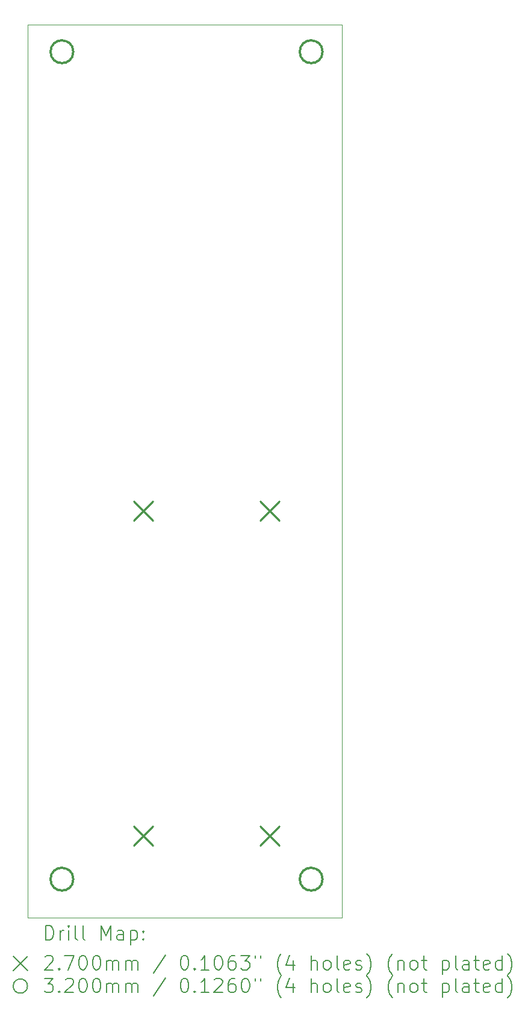
<source format=gbr>
%FSLAX45Y45*%
G04 Gerber Fmt 4.5, Leading zero omitted, Abs format (unit mm)*
G04 Created by KiCad (PCBNEW (6.0.5)) date 2022-09-09 11:41:29*
%MOMM*%
%LPD*%
G01*
G04 APERTURE LIST*
%TA.AperFunction,Profile*%
%ADD10C,0.050000*%
%TD*%
%ADD11C,0.200000*%
%ADD12C,0.270000*%
%ADD13C,0.320000*%
G04 APERTURE END LIST*
D10*
X17117500Y-3810700D02*
X17117500Y-15841700D01*
X17117500Y-3277300D02*
X17117500Y-3810700D01*
X12697900Y-3810700D02*
X12697900Y-3277300D01*
X12697900Y-3277300D02*
X17117500Y-3277300D01*
X12697900Y-15841700D02*
X12697900Y-3810700D01*
X12697900Y-15841700D02*
X17117500Y-15841700D01*
D11*
D12*
X14192000Y-9980642D02*
X14462000Y-10250642D01*
X14462000Y-9980642D02*
X14192000Y-10250642D01*
X14192000Y-14552642D02*
X14462000Y-14822642D01*
X14462000Y-14552642D02*
X14192000Y-14822642D01*
X15969835Y-9979858D02*
X16239835Y-10249858D01*
X16239835Y-9979858D02*
X15969835Y-10249858D01*
X15970000Y-14552642D02*
X16240000Y-14822642D01*
X16240000Y-14552642D02*
X15970000Y-14822642D01*
D13*
X13340500Y-3658300D02*
G75*
G03*
X13340500Y-3658300I-160000J0D01*
G01*
X13340500Y-15300000D02*
G75*
G03*
X13340500Y-15300000I-160000J0D01*
G01*
X16845700Y-3658300D02*
G75*
G03*
X16845700Y-3658300I-160000J0D01*
G01*
X16845700Y-15300000D02*
G75*
G03*
X16845700Y-15300000I-160000J0D01*
G01*
D11*
X12953019Y-16154676D02*
X12953019Y-15954676D01*
X13000638Y-15954676D01*
X13029209Y-15964200D01*
X13048257Y-15983247D01*
X13057781Y-16002295D01*
X13067305Y-16040390D01*
X13067305Y-16068962D01*
X13057781Y-16107057D01*
X13048257Y-16126105D01*
X13029209Y-16145152D01*
X13000638Y-16154676D01*
X12953019Y-16154676D01*
X13153019Y-16154676D02*
X13153019Y-16021343D01*
X13153019Y-16059438D02*
X13162543Y-16040390D01*
X13172066Y-16030866D01*
X13191114Y-16021343D01*
X13210162Y-16021343D01*
X13276828Y-16154676D02*
X13276828Y-16021343D01*
X13276828Y-15954676D02*
X13267305Y-15964200D01*
X13276828Y-15973724D01*
X13286352Y-15964200D01*
X13276828Y-15954676D01*
X13276828Y-15973724D01*
X13400638Y-16154676D02*
X13381590Y-16145152D01*
X13372066Y-16126105D01*
X13372066Y-15954676D01*
X13505400Y-16154676D02*
X13486352Y-16145152D01*
X13476828Y-16126105D01*
X13476828Y-15954676D01*
X13733971Y-16154676D02*
X13733971Y-15954676D01*
X13800638Y-16097533D01*
X13867305Y-15954676D01*
X13867305Y-16154676D01*
X14048257Y-16154676D02*
X14048257Y-16049914D01*
X14038733Y-16030866D01*
X14019686Y-16021343D01*
X13981590Y-16021343D01*
X13962543Y-16030866D01*
X14048257Y-16145152D02*
X14029209Y-16154676D01*
X13981590Y-16154676D01*
X13962543Y-16145152D01*
X13953019Y-16126105D01*
X13953019Y-16107057D01*
X13962543Y-16088009D01*
X13981590Y-16078486D01*
X14029209Y-16078486D01*
X14048257Y-16068962D01*
X14143495Y-16021343D02*
X14143495Y-16221343D01*
X14143495Y-16030866D02*
X14162543Y-16021343D01*
X14200638Y-16021343D01*
X14219686Y-16030866D01*
X14229209Y-16040390D01*
X14238733Y-16059438D01*
X14238733Y-16116581D01*
X14229209Y-16135628D01*
X14219686Y-16145152D01*
X14200638Y-16154676D01*
X14162543Y-16154676D01*
X14143495Y-16145152D01*
X14324447Y-16135628D02*
X14333971Y-16145152D01*
X14324447Y-16154676D01*
X14314924Y-16145152D01*
X14324447Y-16135628D01*
X14324447Y-16154676D01*
X14324447Y-16030866D02*
X14333971Y-16040390D01*
X14324447Y-16049914D01*
X14314924Y-16040390D01*
X14324447Y-16030866D01*
X14324447Y-16049914D01*
X12495400Y-16384200D02*
X12695400Y-16584200D01*
X12695400Y-16384200D02*
X12495400Y-16584200D01*
X12943495Y-16393724D02*
X12953019Y-16384200D01*
X12972066Y-16374676D01*
X13019686Y-16374676D01*
X13038733Y-16384200D01*
X13048257Y-16393724D01*
X13057781Y-16412771D01*
X13057781Y-16431819D01*
X13048257Y-16460390D01*
X12933971Y-16574676D01*
X13057781Y-16574676D01*
X13143495Y-16555628D02*
X13153019Y-16565152D01*
X13143495Y-16574676D01*
X13133971Y-16565152D01*
X13143495Y-16555628D01*
X13143495Y-16574676D01*
X13219686Y-16374676D02*
X13353019Y-16374676D01*
X13267305Y-16574676D01*
X13467305Y-16374676D02*
X13486352Y-16374676D01*
X13505400Y-16384200D01*
X13514924Y-16393724D01*
X13524447Y-16412771D01*
X13533971Y-16450866D01*
X13533971Y-16498486D01*
X13524447Y-16536581D01*
X13514924Y-16555628D01*
X13505400Y-16565152D01*
X13486352Y-16574676D01*
X13467305Y-16574676D01*
X13448257Y-16565152D01*
X13438733Y-16555628D01*
X13429209Y-16536581D01*
X13419686Y-16498486D01*
X13419686Y-16450866D01*
X13429209Y-16412771D01*
X13438733Y-16393724D01*
X13448257Y-16384200D01*
X13467305Y-16374676D01*
X13657781Y-16374676D02*
X13676828Y-16374676D01*
X13695876Y-16384200D01*
X13705400Y-16393724D01*
X13714924Y-16412771D01*
X13724447Y-16450866D01*
X13724447Y-16498486D01*
X13714924Y-16536581D01*
X13705400Y-16555628D01*
X13695876Y-16565152D01*
X13676828Y-16574676D01*
X13657781Y-16574676D01*
X13638733Y-16565152D01*
X13629209Y-16555628D01*
X13619686Y-16536581D01*
X13610162Y-16498486D01*
X13610162Y-16450866D01*
X13619686Y-16412771D01*
X13629209Y-16393724D01*
X13638733Y-16384200D01*
X13657781Y-16374676D01*
X13810162Y-16574676D02*
X13810162Y-16441343D01*
X13810162Y-16460390D02*
X13819686Y-16450866D01*
X13838733Y-16441343D01*
X13867305Y-16441343D01*
X13886352Y-16450866D01*
X13895876Y-16469914D01*
X13895876Y-16574676D01*
X13895876Y-16469914D02*
X13905400Y-16450866D01*
X13924447Y-16441343D01*
X13953019Y-16441343D01*
X13972066Y-16450866D01*
X13981590Y-16469914D01*
X13981590Y-16574676D01*
X14076828Y-16574676D02*
X14076828Y-16441343D01*
X14076828Y-16460390D02*
X14086352Y-16450866D01*
X14105400Y-16441343D01*
X14133971Y-16441343D01*
X14153019Y-16450866D01*
X14162543Y-16469914D01*
X14162543Y-16574676D01*
X14162543Y-16469914D02*
X14172066Y-16450866D01*
X14191114Y-16441343D01*
X14219686Y-16441343D01*
X14238733Y-16450866D01*
X14248257Y-16469914D01*
X14248257Y-16574676D01*
X14638733Y-16365152D02*
X14467305Y-16622295D01*
X14895876Y-16374676D02*
X14914924Y-16374676D01*
X14933971Y-16384200D01*
X14943495Y-16393724D01*
X14953019Y-16412771D01*
X14962543Y-16450866D01*
X14962543Y-16498486D01*
X14953019Y-16536581D01*
X14943495Y-16555628D01*
X14933971Y-16565152D01*
X14914924Y-16574676D01*
X14895876Y-16574676D01*
X14876828Y-16565152D01*
X14867305Y-16555628D01*
X14857781Y-16536581D01*
X14848257Y-16498486D01*
X14848257Y-16450866D01*
X14857781Y-16412771D01*
X14867305Y-16393724D01*
X14876828Y-16384200D01*
X14895876Y-16374676D01*
X15048257Y-16555628D02*
X15057781Y-16565152D01*
X15048257Y-16574676D01*
X15038733Y-16565152D01*
X15048257Y-16555628D01*
X15048257Y-16574676D01*
X15248257Y-16574676D02*
X15133971Y-16574676D01*
X15191114Y-16574676D02*
X15191114Y-16374676D01*
X15172066Y-16403247D01*
X15153019Y-16422295D01*
X15133971Y-16431819D01*
X15372066Y-16374676D02*
X15391114Y-16374676D01*
X15410162Y-16384200D01*
X15419686Y-16393724D01*
X15429209Y-16412771D01*
X15438733Y-16450866D01*
X15438733Y-16498486D01*
X15429209Y-16536581D01*
X15419686Y-16555628D01*
X15410162Y-16565152D01*
X15391114Y-16574676D01*
X15372066Y-16574676D01*
X15353019Y-16565152D01*
X15343495Y-16555628D01*
X15333971Y-16536581D01*
X15324447Y-16498486D01*
X15324447Y-16450866D01*
X15333971Y-16412771D01*
X15343495Y-16393724D01*
X15353019Y-16384200D01*
X15372066Y-16374676D01*
X15610162Y-16374676D02*
X15572066Y-16374676D01*
X15553019Y-16384200D01*
X15543495Y-16393724D01*
X15524447Y-16422295D01*
X15514924Y-16460390D01*
X15514924Y-16536581D01*
X15524447Y-16555628D01*
X15533971Y-16565152D01*
X15553019Y-16574676D01*
X15591114Y-16574676D01*
X15610162Y-16565152D01*
X15619686Y-16555628D01*
X15629209Y-16536581D01*
X15629209Y-16488962D01*
X15619686Y-16469914D01*
X15610162Y-16460390D01*
X15591114Y-16450866D01*
X15553019Y-16450866D01*
X15533971Y-16460390D01*
X15524447Y-16469914D01*
X15514924Y-16488962D01*
X15695876Y-16374676D02*
X15819686Y-16374676D01*
X15753019Y-16450866D01*
X15781590Y-16450866D01*
X15800638Y-16460390D01*
X15810162Y-16469914D01*
X15819686Y-16488962D01*
X15819686Y-16536581D01*
X15810162Y-16555628D01*
X15800638Y-16565152D01*
X15781590Y-16574676D01*
X15724447Y-16574676D01*
X15705400Y-16565152D01*
X15695876Y-16555628D01*
X15895876Y-16374676D02*
X15895876Y-16412771D01*
X15972066Y-16374676D02*
X15972066Y-16412771D01*
X16267305Y-16650866D02*
X16257781Y-16641343D01*
X16238733Y-16612771D01*
X16229209Y-16593724D01*
X16219686Y-16565152D01*
X16210162Y-16517533D01*
X16210162Y-16479438D01*
X16219686Y-16431819D01*
X16229209Y-16403247D01*
X16238733Y-16384200D01*
X16257781Y-16355628D01*
X16267305Y-16346105D01*
X16429209Y-16441343D02*
X16429209Y-16574676D01*
X16381590Y-16365152D02*
X16333971Y-16508009D01*
X16457781Y-16508009D01*
X16686352Y-16574676D02*
X16686352Y-16374676D01*
X16772066Y-16574676D02*
X16772066Y-16469914D01*
X16762543Y-16450866D01*
X16743495Y-16441343D01*
X16714924Y-16441343D01*
X16695876Y-16450866D01*
X16686352Y-16460390D01*
X16895876Y-16574676D02*
X16876828Y-16565152D01*
X16867305Y-16555628D01*
X16857781Y-16536581D01*
X16857781Y-16479438D01*
X16867305Y-16460390D01*
X16876828Y-16450866D01*
X16895876Y-16441343D01*
X16924448Y-16441343D01*
X16943495Y-16450866D01*
X16953019Y-16460390D01*
X16962543Y-16479438D01*
X16962543Y-16536581D01*
X16953019Y-16555628D01*
X16943495Y-16565152D01*
X16924448Y-16574676D01*
X16895876Y-16574676D01*
X17076828Y-16574676D02*
X17057781Y-16565152D01*
X17048257Y-16546105D01*
X17048257Y-16374676D01*
X17229209Y-16565152D02*
X17210162Y-16574676D01*
X17172067Y-16574676D01*
X17153019Y-16565152D01*
X17143495Y-16546105D01*
X17143495Y-16469914D01*
X17153019Y-16450866D01*
X17172067Y-16441343D01*
X17210162Y-16441343D01*
X17229209Y-16450866D01*
X17238733Y-16469914D01*
X17238733Y-16488962D01*
X17143495Y-16508009D01*
X17314924Y-16565152D02*
X17333971Y-16574676D01*
X17372067Y-16574676D01*
X17391114Y-16565152D01*
X17400638Y-16546105D01*
X17400638Y-16536581D01*
X17391114Y-16517533D01*
X17372067Y-16508009D01*
X17343495Y-16508009D01*
X17324448Y-16498486D01*
X17314924Y-16479438D01*
X17314924Y-16469914D01*
X17324448Y-16450866D01*
X17343495Y-16441343D01*
X17372067Y-16441343D01*
X17391114Y-16450866D01*
X17467305Y-16650866D02*
X17476828Y-16641343D01*
X17495876Y-16612771D01*
X17505400Y-16593724D01*
X17514924Y-16565152D01*
X17524448Y-16517533D01*
X17524448Y-16479438D01*
X17514924Y-16431819D01*
X17505400Y-16403247D01*
X17495876Y-16384200D01*
X17476828Y-16355628D01*
X17467305Y-16346105D01*
X17829209Y-16650866D02*
X17819686Y-16641343D01*
X17800638Y-16612771D01*
X17791114Y-16593724D01*
X17781590Y-16565152D01*
X17772067Y-16517533D01*
X17772067Y-16479438D01*
X17781590Y-16431819D01*
X17791114Y-16403247D01*
X17800638Y-16384200D01*
X17819686Y-16355628D01*
X17829209Y-16346105D01*
X17905400Y-16441343D02*
X17905400Y-16574676D01*
X17905400Y-16460390D02*
X17914924Y-16450866D01*
X17933971Y-16441343D01*
X17962543Y-16441343D01*
X17981590Y-16450866D01*
X17991114Y-16469914D01*
X17991114Y-16574676D01*
X18114924Y-16574676D02*
X18095876Y-16565152D01*
X18086352Y-16555628D01*
X18076828Y-16536581D01*
X18076828Y-16479438D01*
X18086352Y-16460390D01*
X18095876Y-16450866D01*
X18114924Y-16441343D01*
X18143495Y-16441343D01*
X18162543Y-16450866D01*
X18172067Y-16460390D01*
X18181590Y-16479438D01*
X18181590Y-16536581D01*
X18172067Y-16555628D01*
X18162543Y-16565152D01*
X18143495Y-16574676D01*
X18114924Y-16574676D01*
X18238733Y-16441343D02*
X18314924Y-16441343D01*
X18267305Y-16374676D02*
X18267305Y-16546105D01*
X18276828Y-16565152D01*
X18295876Y-16574676D01*
X18314924Y-16574676D01*
X18533971Y-16441343D02*
X18533971Y-16641343D01*
X18533971Y-16450866D02*
X18553019Y-16441343D01*
X18591114Y-16441343D01*
X18610162Y-16450866D01*
X18619686Y-16460390D01*
X18629209Y-16479438D01*
X18629209Y-16536581D01*
X18619686Y-16555628D01*
X18610162Y-16565152D01*
X18591114Y-16574676D01*
X18553019Y-16574676D01*
X18533971Y-16565152D01*
X18743495Y-16574676D02*
X18724448Y-16565152D01*
X18714924Y-16546105D01*
X18714924Y-16374676D01*
X18905400Y-16574676D02*
X18905400Y-16469914D01*
X18895876Y-16450866D01*
X18876828Y-16441343D01*
X18838733Y-16441343D01*
X18819686Y-16450866D01*
X18905400Y-16565152D02*
X18886352Y-16574676D01*
X18838733Y-16574676D01*
X18819686Y-16565152D01*
X18810162Y-16546105D01*
X18810162Y-16527057D01*
X18819686Y-16508009D01*
X18838733Y-16498486D01*
X18886352Y-16498486D01*
X18905400Y-16488962D01*
X18972067Y-16441343D02*
X19048257Y-16441343D01*
X19000638Y-16374676D02*
X19000638Y-16546105D01*
X19010162Y-16565152D01*
X19029209Y-16574676D01*
X19048257Y-16574676D01*
X19191114Y-16565152D02*
X19172067Y-16574676D01*
X19133971Y-16574676D01*
X19114924Y-16565152D01*
X19105400Y-16546105D01*
X19105400Y-16469914D01*
X19114924Y-16450866D01*
X19133971Y-16441343D01*
X19172067Y-16441343D01*
X19191114Y-16450866D01*
X19200638Y-16469914D01*
X19200638Y-16488962D01*
X19105400Y-16508009D01*
X19372067Y-16574676D02*
X19372067Y-16374676D01*
X19372067Y-16565152D02*
X19353019Y-16574676D01*
X19314924Y-16574676D01*
X19295876Y-16565152D01*
X19286352Y-16555628D01*
X19276828Y-16536581D01*
X19276828Y-16479438D01*
X19286352Y-16460390D01*
X19295876Y-16450866D01*
X19314924Y-16441343D01*
X19353019Y-16441343D01*
X19372067Y-16450866D01*
X19448257Y-16650866D02*
X19457781Y-16641343D01*
X19476828Y-16612771D01*
X19486352Y-16593724D01*
X19495876Y-16565152D01*
X19505400Y-16517533D01*
X19505400Y-16479438D01*
X19495876Y-16431819D01*
X19486352Y-16403247D01*
X19476828Y-16384200D01*
X19457781Y-16355628D01*
X19448257Y-16346105D01*
X12695400Y-16804200D02*
G75*
G03*
X12695400Y-16804200I-100000J0D01*
G01*
X12933971Y-16694676D02*
X13057781Y-16694676D01*
X12991114Y-16770866D01*
X13019686Y-16770866D01*
X13038733Y-16780390D01*
X13048257Y-16789914D01*
X13057781Y-16808962D01*
X13057781Y-16856581D01*
X13048257Y-16875628D01*
X13038733Y-16885152D01*
X13019686Y-16894676D01*
X12962543Y-16894676D01*
X12943495Y-16885152D01*
X12933971Y-16875628D01*
X13143495Y-16875628D02*
X13153019Y-16885152D01*
X13143495Y-16894676D01*
X13133971Y-16885152D01*
X13143495Y-16875628D01*
X13143495Y-16894676D01*
X13229209Y-16713724D02*
X13238733Y-16704200D01*
X13257781Y-16694676D01*
X13305400Y-16694676D01*
X13324447Y-16704200D01*
X13333971Y-16713724D01*
X13343495Y-16732771D01*
X13343495Y-16751819D01*
X13333971Y-16780390D01*
X13219686Y-16894676D01*
X13343495Y-16894676D01*
X13467305Y-16694676D02*
X13486352Y-16694676D01*
X13505400Y-16704200D01*
X13514924Y-16713724D01*
X13524447Y-16732771D01*
X13533971Y-16770866D01*
X13533971Y-16818486D01*
X13524447Y-16856581D01*
X13514924Y-16875628D01*
X13505400Y-16885152D01*
X13486352Y-16894676D01*
X13467305Y-16894676D01*
X13448257Y-16885152D01*
X13438733Y-16875628D01*
X13429209Y-16856581D01*
X13419686Y-16818486D01*
X13419686Y-16770866D01*
X13429209Y-16732771D01*
X13438733Y-16713724D01*
X13448257Y-16704200D01*
X13467305Y-16694676D01*
X13657781Y-16694676D02*
X13676828Y-16694676D01*
X13695876Y-16704200D01*
X13705400Y-16713724D01*
X13714924Y-16732771D01*
X13724447Y-16770866D01*
X13724447Y-16818486D01*
X13714924Y-16856581D01*
X13705400Y-16875628D01*
X13695876Y-16885152D01*
X13676828Y-16894676D01*
X13657781Y-16894676D01*
X13638733Y-16885152D01*
X13629209Y-16875628D01*
X13619686Y-16856581D01*
X13610162Y-16818486D01*
X13610162Y-16770866D01*
X13619686Y-16732771D01*
X13629209Y-16713724D01*
X13638733Y-16704200D01*
X13657781Y-16694676D01*
X13810162Y-16894676D02*
X13810162Y-16761343D01*
X13810162Y-16780390D02*
X13819686Y-16770866D01*
X13838733Y-16761343D01*
X13867305Y-16761343D01*
X13886352Y-16770866D01*
X13895876Y-16789914D01*
X13895876Y-16894676D01*
X13895876Y-16789914D02*
X13905400Y-16770866D01*
X13924447Y-16761343D01*
X13953019Y-16761343D01*
X13972066Y-16770866D01*
X13981590Y-16789914D01*
X13981590Y-16894676D01*
X14076828Y-16894676D02*
X14076828Y-16761343D01*
X14076828Y-16780390D02*
X14086352Y-16770866D01*
X14105400Y-16761343D01*
X14133971Y-16761343D01*
X14153019Y-16770866D01*
X14162543Y-16789914D01*
X14162543Y-16894676D01*
X14162543Y-16789914D02*
X14172066Y-16770866D01*
X14191114Y-16761343D01*
X14219686Y-16761343D01*
X14238733Y-16770866D01*
X14248257Y-16789914D01*
X14248257Y-16894676D01*
X14638733Y-16685152D02*
X14467305Y-16942295D01*
X14895876Y-16694676D02*
X14914924Y-16694676D01*
X14933971Y-16704200D01*
X14943495Y-16713724D01*
X14953019Y-16732771D01*
X14962543Y-16770866D01*
X14962543Y-16818486D01*
X14953019Y-16856581D01*
X14943495Y-16875628D01*
X14933971Y-16885152D01*
X14914924Y-16894676D01*
X14895876Y-16894676D01*
X14876828Y-16885152D01*
X14867305Y-16875628D01*
X14857781Y-16856581D01*
X14848257Y-16818486D01*
X14848257Y-16770866D01*
X14857781Y-16732771D01*
X14867305Y-16713724D01*
X14876828Y-16704200D01*
X14895876Y-16694676D01*
X15048257Y-16875628D02*
X15057781Y-16885152D01*
X15048257Y-16894676D01*
X15038733Y-16885152D01*
X15048257Y-16875628D01*
X15048257Y-16894676D01*
X15248257Y-16894676D02*
X15133971Y-16894676D01*
X15191114Y-16894676D02*
X15191114Y-16694676D01*
X15172066Y-16723247D01*
X15153019Y-16742295D01*
X15133971Y-16751819D01*
X15324447Y-16713724D02*
X15333971Y-16704200D01*
X15353019Y-16694676D01*
X15400638Y-16694676D01*
X15419686Y-16704200D01*
X15429209Y-16713724D01*
X15438733Y-16732771D01*
X15438733Y-16751819D01*
X15429209Y-16780390D01*
X15314924Y-16894676D01*
X15438733Y-16894676D01*
X15610162Y-16694676D02*
X15572066Y-16694676D01*
X15553019Y-16704200D01*
X15543495Y-16713724D01*
X15524447Y-16742295D01*
X15514924Y-16780390D01*
X15514924Y-16856581D01*
X15524447Y-16875628D01*
X15533971Y-16885152D01*
X15553019Y-16894676D01*
X15591114Y-16894676D01*
X15610162Y-16885152D01*
X15619686Y-16875628D01*
X15629209Y-16856581D01*
X15629209Y-16808962D01*
X15619686Y-16789914D01*
X15610162Y-16780390D01*
X15591114Y-16770866D01*
X15553019Y-16770866D01*
X15533971Y-16780390D01*
X15524447Y-16789914D01*
X15514924Y-16808962D01*
X15753019Y-16694676D02*
X15772066Y-16694676D01*
X15791114Y-16704200D01*
X15800638Y-16713724D01*
X15810162Y-16732771D01*
X15819686Y-16770866D01*
X15819686Y-16818486D01*
X15810162Y-16856581D01*
X15800638Y-16875628D01*
X15791114Y-16885152D01*
X15772066Y-16894676D01*
X15753019Y-16894676D01*
X15733971Y-16885152D01*
X15724447Y-16875628D01*
X15714924Y-16856581D01*
X15705400Y-16818486D01*
X15705400Y-16770866D01*
X15714924Y-16732771D01*
X15724447Y-16713724D01*
X15733971Y-16704200D01*
X15753019Y-16694676D01*
X15895876Y-16694676D02*
X15895876Y-16732771D01*
X15972066Y-16694676D02*
X15972066Y-16732771D01*
X16267305Y-16970867D02*
X16257781Y-16961343D01*
X16238733Y-16932771D01*
X16229209Y-16913724D01*
X16219686Y-16885152D01*
X16210162Y-16837533D01*
X16210162Y-16799438D01*
X16219686Y-16751819D01*
X16229209Y-16723247D01*
X16238733Y-16704200D01*
X16257781Y-16675628D01*
X16267305Y-16666105D01*
X16429209Y-16761343D02*
X16429209Y-16894676D01*
X16381590Y-16685152D02*
X16333971Y-16828009D01*
X16457781Y-16828009D01*
X16686352Y-16894676D02*
X16686352Y-16694676D01*
X16772066Y-16894676D02*
X16772066Y-16789914D01*
X16762543Y-16770866D01*
X16743495Y-16761343D01*
X16714924Y-16761343D01*
X16695876Y-16770866D01*
X16686352Y-16780390D01*
X16895876Y-16894676D02*
X16876828Y-16885152D01*
X16867305Y-16875628D01*
X16857781Y-16856581D01*
X16857781Y-16799438D01*
X16867305Y-16780390D01*
X16876828Y-16770866D01*
X16895876Y-16761343D01*
X16924448Y-16761343D01*
X16943495Y-16770866D01*
X16953019Y-16780390D01*
X16962543Y-16799438D01*
X16962543Y-16856581D01*
X16953019Y-16875628D01*
X16943495Y-16885152D01*
X16924448Y-16894676D01*
X16895876Y-16894676D01*
X17076828Y-16894676D02*
X17057781Y-16885152D01*
X17048257Y-16866105D01*
X17048257Y-16694676D01*
X17229209Y-16885152D02*
X17210162Y-16894676D01*
X17172067Y-16894676D01*
X17153019Y-16885152D01*
X17143495Y-16866105D01*
X17143495Y-16789914D01*
X17153019Y-16770866D01*
X17172067Y-16761343D01*
X17210162Y-16761343D01*
X17229209Y-16770866D01*
X17238733Y-16789914D01*
X17238733Y-16808962D01*
X17143495Y-16828009D01*
X17314924Y-16885152D02*
X17333971Y-16894676D01*
X17372067Y-16894676D01*
X17391114Y-16885152D01*
X17400638Y-16866105D01*
X17400638Y-16856581D01*
X17391114Y-16837533D01*
X17372067Y-16828009D01*
X17343495Y-16828009D01*
X17324448Y-16818486D01*
X17314924Y-16799438D01*
X17314924Y-16789914D01*
X17324448Y-16770866D01*
X17343495Y-16761343D01*
X17372067Y-16761343D01*
X17391114Y-16770866D01*
X17467305Y-16970867D02*
X17476828Y-16961343D01*
X17495876Y-16932771D01*
X17505400Y-16913724D01*
X17514924Y-16885152D01*
X17524448Y-16837533D01*
X17524448Y-16799438D01*
X17514924Y-16751819D01*
X17505400Y-16723247D01*
X17495876Y-16704200D01*
X17476828Y-16675628D01*
X17467305Y-16666105D01*
X17829209Y-16970867D02*
X17819686Y-16961343D01*
X17800638Y-16932771D01*
X17791114Y-16913724D01*
X17781590Y-16885152D01*
X17772067Y-16837533D01*
X17772067Y-16799438D01*
X17781590Y-16751819D01*
X17791114Y-16723247D01*
X17800638Y-16704200D01*
X17819686Y-16675628D01*
X17829209Y-16666105D01*
X17905400Y-16761343D02*
X17905400Y-16894676D01*
X17905400Y-16780390D02*
X17914924Y-16770866D01*
X17933971Y-16761343D01*
X17962543Y-16761343D01*
X17981590Y-16770866D01*
X17991114Y-16789914D01*
X17991114Y-16894676D01*
X18114924Y-16894676D02*
X18095876Y-16885152D01*
X18086352Y-16875628D01*
X18076828Y-16856581D01*
X18076828Y-16799438D01*
X18086352Y-16780390D01*
X18095876Y-16770866D01*
X18114924Y-16761343D01*
X18143495Y-16761343D01*
X18162543Y-16770866D01*
X18172067Y-16780390D01*
X18181590Y-16799438D01*
X18181590Y-16856581D01*
X18172067Y-16875628D01*
X18162543Y-16885152D01*
X18143495Y-16894676D01*
X18114924Y-16894676D01*
X18238733Y-16761343D02*
X18314924Y-16761343D01*
X18267305Y-16694676D02*
X18267305Y-16866105D01*
X18276828Y-16885152D01*
X18295876Y-16894676D01*
X18314924Y-16894676D01*
X18533971Y-16761343D02*
X18533971Y-16961343D01*
X18533971Y-16770866D02*
X18553019Y-16761343D01*
X18591114Y-16761343D01*
X18610162Y-16770866D01*
X18619686Y-16780390D01*
X18629209Y-16799438D01*
X18629209Y-16856581D01*
X18619686Y-16875628D01*
X18610162Y-16885152D01*
X18591114Y-16894676D01*
X18553019Y-16894676D01*
X18533971Y-16885152D01*
X18743495Y-16894676D02*
X18724448Y-16885152D01*
X18714924Y-16866105D01*
X18714924Y-16694676D01*
X18905400Y-16894676D02*
X18905400Y-16789914D01*
X18895876Y-16770866D01*
X18876828Y-16761343D01*
X18838733Y-16761343D01*
X18819686Y-16770866D01*
X18905400Y-16885152D02*
X18886352Y-16894676D01*
X18838733Y-16894676D01*
X18819686Y-16885152D01*
X18810162Y-16866105D01*
X18810162Y-16847057D01*
X18819686Y-16828009D01*
X18838733Y-16818486D01*
X18886352Y-16818486D01*
X18905400Y-16808962D01*
X18972067Y-16761343D02*
X19048257Y-16761343D01*
X19000638Y-16694676D02*
X19000638Y-16866105D01*
X19010162Y-16885152D01*
X19029209Y-16894676D01*
X19048257Y-16894676D01*
X19191114Y-16885152D02*
X19172067Y-16894676D01*
X19133971Y-16894676D01*
X19114924Y-16885152D01*
X19105400Y-16866105D01*
X19105400Y-16789914D01*
X19114924Y-16770866D01*
X19133971Y-16761343D01*
X19172067Y-16761343D01*
X19191114Y-16770866D01*
X19200638Y-16789914D01*
X19200638Y-16808962D01*
X19105400Y-16828009D01*
X19372067Y-16894676D02*
X19372067Y-16694676D01*
X19372067Y-16885152D02*
X19353019Y-16894676D01*
X19314924Y-16894676D01*
X19295876Y-16885152D01*
X19286352Y-16875628D01*
X19276828Y-16856581D01*
X19276828Y-16799438D01*
X19286352Y-16780390D01*
X19295876Y-16770866D01*
X19314924Y-16761343D01*
X19353019Y-16761343D01*
X19372067Y-16770866D01*
X19448257Y-16970867D02*
X19457781Y-16961343D01*
X19476828Y-16932771D01*
X19486352Y-16913724D01*
X19495876Y-16885152D01*
X19505400Y-16837533D01*
X19505400Y-16799438D01*
X19495876Y-16751819D01*
X19486352Y-16723247D01*
X19476828Y-16704200D01*
X19457781Y-16675628D01*
X19448257Y-16666105D01*
M02*

</source>
